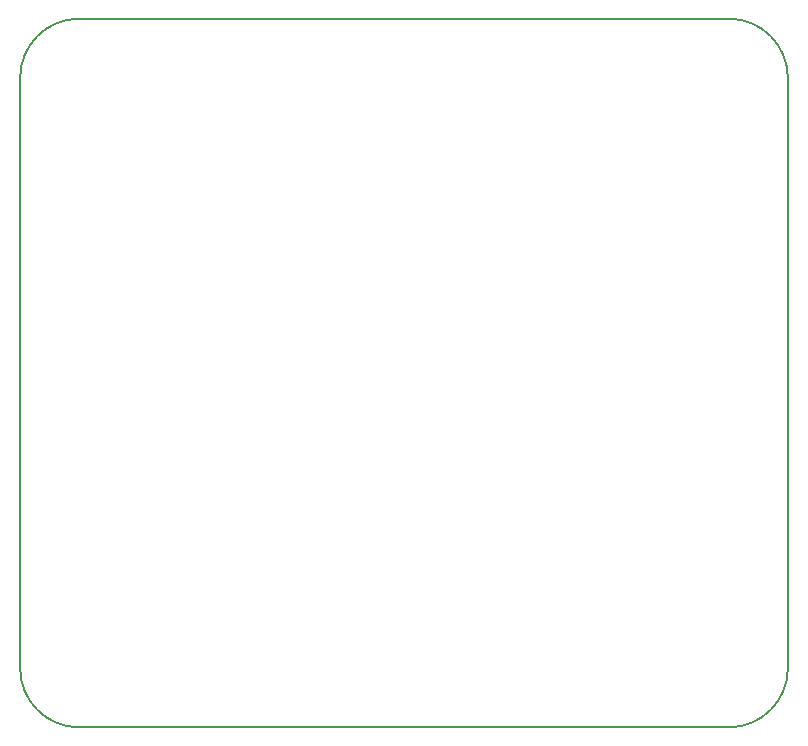
<source format=gbr>
%TF.GenerationSoftware,KiCad,Pcbnew,(5.1.9)-1*%
%TF.CreationDate,2021-06-08T13:47:19+02:00*%
%TF.ProjectId,19_WIFI_Generic,31395f57-4946-4495-9f47-656e65726963,rev?*%
%TF.SameCoordinates,Original*%
%TF.FileFunction,Profile,NP*%
%FSLAX46Y46*%
G04 Gerber Fmt 4.6, Leading zero omitted, Abs format (unit mm)*
G04 Created by KiCad (PCBNEW (5.1.9)-1) date 2021-06-08 13:47:19*
%MOMM*%
%LPD*%
G01*
G04 APERTURE LIST*
%TA.AperFunction,Profile*%
%ADD10C,0.150000*%
%TD*%
G04 APERTURE END LIST*
D10*
X175000000Y-80000000D02*
G75*
G02*
X180000000Y-85000000I0J-5000000D01*
G01*
X180000000Y-135000000D02*
G75*
G02*
X175000000Y-140000000I-5000000J0D01*
G01*
X120000000Y-140000000D02*
G75*
G02*
X115000000Y-135000000I0J5000000D01*
G01*
X115000000Y-85000000D02*
G75*
G02*
X120000000Y-80000000I5000000J0D01*
G01*
X115000000Y-135000000D02*
X115000000Y-85000000D01*
X175000000Y-140000000D02*
X120000000Y-140000000D01*
X180000000Y-85000000D02*
X180000000Y-135000000D01*
X120000000Y-80000000D02*
X175000000Y-80000000D01*
M02*

</source>
